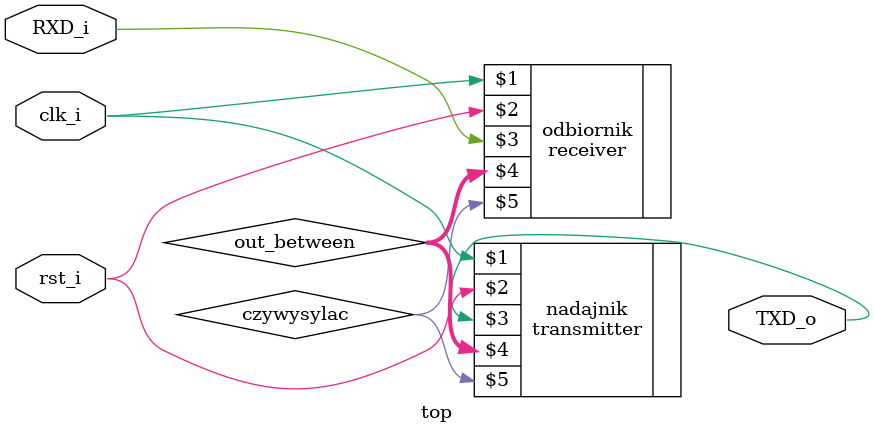
<source format=v>
`timescale 1ns / 1ps


module top(
input clk_i,
    input rst_i,
    output TXD_o,
    input RXD_i
    );
    wire [7:0] out_between;
    wire czywysylac;
    receiver odbiornik(clk_i,rst_i,RXD_i,out_between,czywysylac);
    transmitter nadajnik(clk_i, rst_i, TXD_o, out_between, czywysylac);
endmodule

</source>
